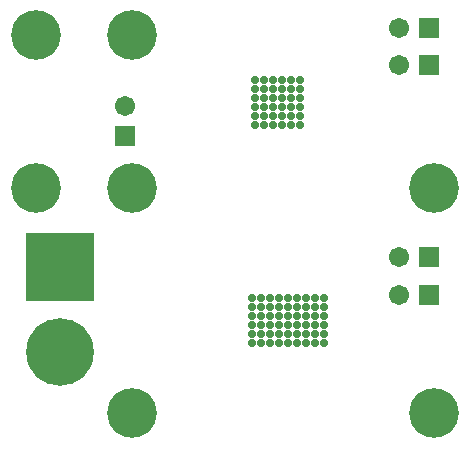
<source format=gbs>
G04*
G04 #@! TF.GenerationSoftware,Altium Limited,Altium Designer,18.1.11 (251)*
G04*
G04 Layer_Color=16711935*
%FSLAX25Y25*%
%MOIN*%
G70*
G01*
G75*
%ADD19R,0.22517X0.22517*%
%ADD20C,0.22517*%
%ADD21R,0.06706X0.06706*%
%ADD22C,0.06706*%
%ADD23R,0.06706X0.06706*%
%ADD24C,0.02800*%
%ADD25C,0.16548*%
D19*
X405000Y354173D02*
D03*
D20*
Y325827D02*
D03*
D21*
X528000Y421500D02*
D03*
Y434000D02*
D03*
Y345000D02*
D03*
Y357500D02*
D03*
D22*
X518000Y421500D02*
D03*
Y434000D02*
D03*
Y345000D02*
D03*
Y357500D02*
D03*
X426500Y408000D02*
D03*
D23*
Y398000D02*
D03*
D24*
X485000Y401500D02*
D03*
X482000D02*
D03*
X479000D02*
D03*
X476000D02*
D03*
X473000D02*
D03*
X470000D02*
D03*
X485000Y404500D02*
D03*
X482000D02*
D03*
X479000D02*
D03*
X476000D02*
D03*
X473000D02*
D03*
X470000D02*
D03*
X485000Y407500D02*
D03*
X482000D02*
D03*
X479000D02*
D03*
X476000D02*
D03*
X473000D02*
D03*
X470000D02*
D03*
X485000Y410500D02*
D03*
X482000D02*
D03*
X479000D02*
D03*
X476000D02*
D03*
X473000D02*
D03*
X470000D02*
D03*
X493000Y329000D02*
D03*
Y332000D02*
D03*
Y335000D02*
D03*
Y338000D02*
D03*
Y341000D02*
D03*
Y344000D02*
D03*
X490000Y329000D02*
D03*
X487000D02*
D03*
X484000D02*
D03*
X481000D02*
D03*
X478000D02*
D03*
X475000D02*
D03*
X472000D02*
D03*
X469000D02*
D03*
X490000Y332000D02*
D03*
X487000D02*
D03*
X484000D02*
D03*
X481000D02*
D03*
X478000D02*
D03*
X475000D02*
D03*
X472000D02*
D03*
X469000D02*
D03*
X490000Y335000D02*
D03*
X487000D02*
D03*
X484000D02*
D03*
X481000D02*
D03*
X478000D02*
D03*
X475000D02*
D03*
X472000D02*
D03*
X469000D02*
D03*
X490000Y338000D02*
D03*
X487000D02*
D03*
X484000D02*
D03*
X481000D02*
D03*
X478000D02*
D03*
X475000D02*
D03*
X472000D02*
D03*
X469000D02*
D03*
X490000Y341000D02*
D03*
X487000D02*
D03*
X484000D02*
D03*
X481000D02*
D03*
X478000D02*
D03*
X475000D02*
D03*
X472000D02*
D03*
X469000D02*
D03*
X490000Y344000D02*
D03*
X487000D02*
D03*
X484000D02*
D03*
X481000D02*
D03*
X478000D02*
D03*
X475000D02*
D03*
X472000D02*
D03*
X469000D02*
D03*
X485000Y413500D02*
D03*
X482000D02*
D03*
X479000D02*
D03*
X476000D02*
D03*
X473000D02*
D03*
X470000D02*
D03*
X485000Y416500D02*
D03*
X482000D02*
D03*
X479000D02*
D03*
X476000D02*
D03*
X473000D02*
D03*
X470000D02*
D03*
D25*
X429000Y305500D02*
D03*
X529500D02*
D03*
X397000Y380500D02*
D03*
Y431500D02*
D03*
X429000D02*
D03*
X529500Y380500D02*
D03*
X429000D02*
D03*
M02*

</source>
